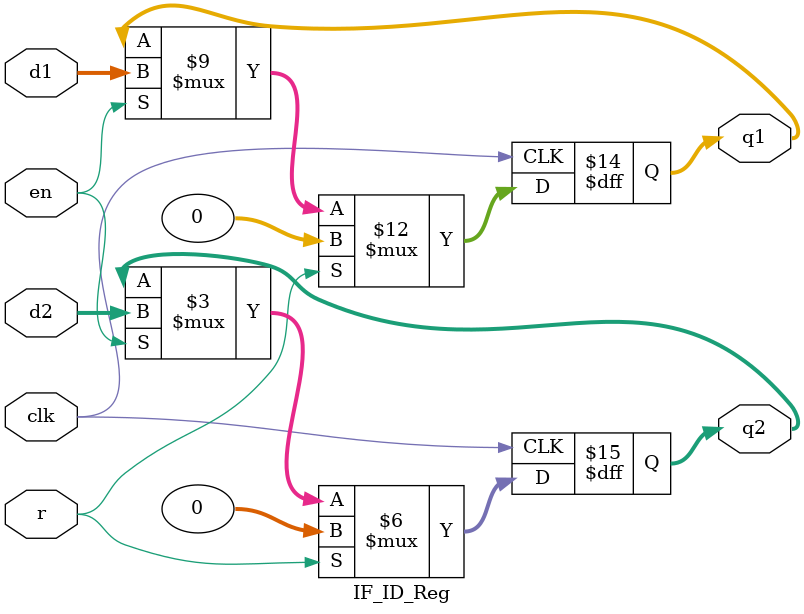
<source format=v>
`timescale 1ns / 1ps
module IF_ID_Reg(d1,d2,en,r,clk,q1,q2
    );
	input en;
	input r;
	input clk;
	input [31:0] d1,d2;
	output [31:0] q1,q2;
	reg [31:0] q1,q2;
	always @ (posedge clk)
	if ( r )
		begin
			q1 <= 0;
			q2 <= 0;
		end
	else if (en)
		begin
			q1 <= d1;
			q2 <= d2;
		end
	else 
		begin
			q1 <= q1;
			q2 <= q2;
		end
endmodule

</source>
